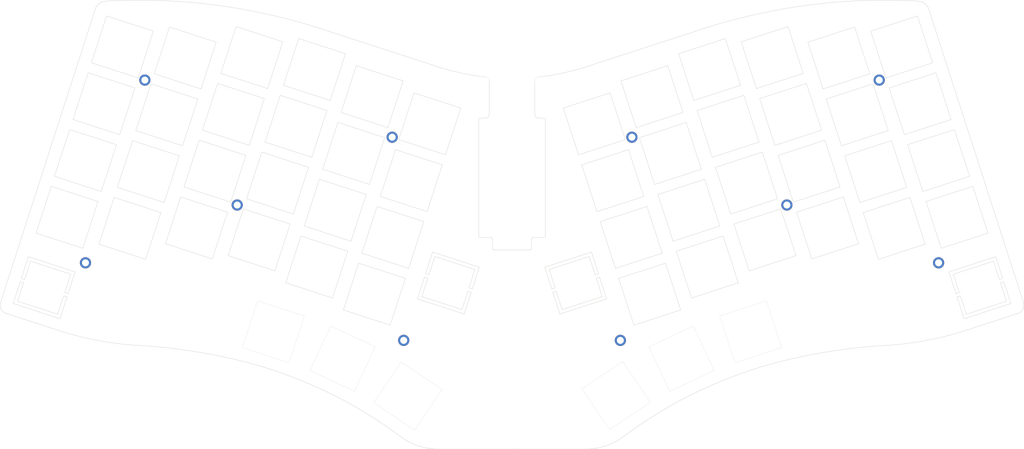
<source format=kicad_pcb>
(kicad_pcb (version 20211014) (generator pcbnew)
  (layers (0 "F.Cu" signal) (31 "B.Cu" signal) (34 "B.Paste" user) (35 "F.Paste" user) (36 "B.SilkS" user "B.Silkscreen") (37 "F.SilkS" user "F.Silkscreen") (38 "B.Mask" user) (39 "F.Mask" user) (44 "Edge.Cuts" user))
  (net 0 "")
  (footprint "" (layer "F.Cu") (at 94.673566 123.775015)
    (fp_text reference "" (at 0 0) (layer "F.SilkS") (effects (font (size 1.27 1.27))))
    (fp_text value "" (at 0 0) (layer "F.SilkS") (effects (font (size 1.27 1.27))))
    (pad "" thru_hole circle locked (at 0 0 90) (size 3.2 3.2) (drill 2) (layers F&B.Cu *.Mask "Dwgs.User") (clearance 0.3))
  )
  (footprint "" (layer "F.Cu") (at 111.578153 71.748037)
    (fp_text reference "" (at 0 0) (layer "F.SilkS") (effects (font (size 1.27 1.27))))
    (fp_text value "" (at 0 0) (layer "F.SilkS") (effects (font (size 1.27 1.27))))
    (pad "" thru_hole circle locked (at 0 0 90) (size 3.2 3.2) (drill 2) (layers F&B.Cu *.Mask "Dwgs.User") (clearance 0.3))
  )
  (footprint "" (layer "F.Cu") (at 246.970277 145.85677)
    (fp_text reference "" (at 0 0) (layer "F.SilkS") (effects (font (size 1.27 1.27))))
    (fp_text value "" (at 0 0) (layer "F.SilkS") (effects (font (size 1.27 1.27))))
    (pad "" thru_hole circle locked (at 0 0 90) (size 3.2 3.2) (drill 2) (layers F&B.Cu *.Mask "Dwgs.User") (clearance 0.3))
  )
  (footprint "" (layer "F.Cu") (at 250.255544 88.010361)
    (fp_text reference "" (at 0 0) (layer "F.SilkS") (effects (font (size 1.27 1.27))))
    (fp_text value "" (at 0 0) (layer "F.SilkS") (effects (font (size 1.27 1.27))))
    (pad "" thru_hole circle locked (at 0 0 90) (size 3.2 3.2) (drill 2) (layers F&B.Cu *.Mask "Dwgs.User") (clearance 0.3))
  )
  (footprint "" (layer "F.Cu") (at 137.873092 107.318988)
    (fp_text reference "" (at 0 0) (layer "F.SilkS") (effects (font (size 1.27 1.27))))
    (fp_text value "" (at 0 0) (layer "F.SilkS") (effects (font (size 1.27 1.27))))
    (pad "" thru_hole circle locked (at 0 0 90) (size 3.2 3.2) (drill 2) (layers F&B.Cu *.Mask "Dwgs.User") (clearance 0.3))
  )
  (footprint "" (layer "F.Cu") (at 185.28494 145.856198)
    (fp_text reference "" (at 0 0) (layer "F.SilkS") (effects (font (size 1.27 1.27))))
    (fp_text value "" (at 0 0) (layer "F.SilkS") (effects (font (size 1.27 1.27))))
    (pad "" thru_hole circle locked (at 0 0 90) (size 3.2 3.2) (drill 2) (layers F&B.Cu *.Mask "Dwgs.User") (clearance 0.3))
  )
  (footprint "" (layer "F.Cu") (at 320.677064 71.748608)
    (fp_text reference "" (at 0 0) (layer "F.SilkS") (effects (font (size 1.27 1.27))))
    (fp_text value "" (at 0 0) (layer "F.SilkS") (effects (font (size 1.27 1.27))))
    (pad "" thru_hole circle locked (at 0 0 90) (size 3.2 3.2) (drill 2) (layers F&B.Cu *.Mask "Dwgs.User") (clearance 0.3))
  )
  (footprint "" (layer "F.Cu") (at 294.382124 107.319558)
    (fp_text reference "" (at 0 0) (layer "F.SilkS") (effects (font (size 1.27 1.27))))
    (fp_text value "" (at 0 0) (layer "F.SilkS") (effects (font (size 1.27 1.27))))
    (pad "" thru_hole circle locked (at 0 0 90) (size 3.2 3.2) (drill 2) (layers F&B.Cu *.Mask "Dwgs.User") (clearance 0.3))
  )
  (footprint "" (layer "F.Cu") (at 181.999669 88.009791)
    (fp_text reference "" (at 0 0) (layer "F.SilkS") (effects (font (size 1.27 1.27))))
    (fp_text value "" (at 0 0) (layer "F.SilkS") (effects (font (size 1.27 1.27))))
    (pad "" thru_hole circle locked (at 0 0 90) (size 3.2 3.2) (drill 2) (layers F&B.Cu *.Mask "Dwgs.User") (clearance 0.3))
  )
  (footprint "" (layer "F.Cu") (at 337.58165 123.775584)
    (fp_text reference "" (at 0 0) (layer "F.SilkS") (effects (font (size 1.27 1.27))))
    (fp_text value "" (at 0 0) (layer "F.SilkS") (effects (font (size 1.27 1.27))))
    (pad "" thru_hole circle locked (at 0 0 90) (size 3.2 3.2) (drill 2) (layers F&B.Cu *.Mask "Dwgs.User") (clearance 0.3))
  )
  (gr_line (start 155.380379 59.909234) (end 151.054142 73.224027) (layer "Edge.Cuts") (width 0.1))
  (gr_line (start 171.264469 160.36431) (end 177.181127 147.675999) (layer "Edge.Cuts") (width 0.05))
  (gr_line (start 297.14516 109.351167) (end 301.471396 122.66596) (layer "Edge.Cuts") (width 0.1))
  (gr_line (start 299.953371 72.689008) (end 286.638583 77.015243) (layer "Edge.Cuts") (width 0.1))
  (gr_line (start 136.036922 106.497997) (end 140.363159 93.183204) (layer "Edge.Cuts") (width 0.1))
  (gr_line (start 87.399072 139.683907) (end 89.407683 133.502039) (layer "Edge.Cuts") (width 0.1))
  (gr_line (start 185.760507 128.212196) (end 172.445719 123.885959) (layer "Edge.Cuts") (width 0.1))
  (gr_line (start 170.274957 117.622608) (end 174.601192 104.307816) (layer "Edge.Cuts") (width 0.1))
  (gr_line (start 264.135551 137.200754) (end 259.809314 123.885962) (layer "Edge.Cuts") (width 0.1))
  (gr_line (start 168.119478 137.200751) (end 181.43427 141.526989) (layer "Edge.Cuts") (width 0.1))
  (gr_line (start 133.228709 69.835839) (end 146.543502 74.162076) (layer "Edge.Cuts") (width 0.1))
  (gr_line (start 253.628975 104.864832) (end 249.302736 91.550039) (layer "Edge.Cuts") (width 0.1))
  (gr_line (start 156.960164 113.296372) (end 170.274957 117.622608) (layer "Edge.Cuts") (width 0.1))
  (gr_line (start 355.211082 129.484818) (end 356.910676 134.715629) (layer "Edge.Cuts") (width 0.1))
  (gr_line (start 333.749912 118.454839) (end 329.423671 105.140047) (layer "Edge.Cuts") (width 0.1))
  (gr_line (start 335.893967 66.804335) (end 331.567728 53.489543) (layer "Edge.Cuts") (width 0.1))
  (gr_line (start 139.344724 147.908332) (end 152.659512 152.234568) (layer "Edge.Cuts") (width 0.05))
  (gr_line (start 109.011696 86.118917) (end 122.326487 90.445156) (layer "Edge.Cuts") (width 0.1))
  (gr_line (start 230.401788 137.094876) (end 228.702195 131.864065) (layer "Edge.Cuts") (width 0.1))
  (gr_line (start 287.381228 92.245159) (end 274.066439 96.571396) (layer "Edge.Cuts") (width 0.1))
  (gr_line (start 126.652725 77.130363) (end 113.337936 72.804125) (layer "Edge.Cuts") (width 0.1))
  (gr_arc (start 247.127516 173.813174) (mid 242.344699 176.037118) (end 237.127516 176.813173) (layer "Edge.Cuts") (width 0.1))
  (gr_line (start 251.473497 85.286687) (end 264.788287 80.96045) (layer "Edge.Cuts") (width 0.1))
  (gr_line (start 196.195084 159.833826) (end 184.58856 152.005124) (layer "Edge.Cuts") (width 0.05))
  (gr_line (start 243.882732 171.287312) (end 255.489254 163.458612) (layer "Edge.Cuts") (width 0.05))
  (gr_line (start 196.267084 95.876276) (end 182.952295 91.550038) (layer "Edge.Cuts") (width 0.1))
  (gr_line (start 152.935301 112.739357) (end 139.62051 108.413119) (layer "Edge.Cuts") (width 0.1))
  (gr_line (start 109.675854 71.130572) (end 114.002091 57.815778) (layer "Edge.Cuts") (width 0.1))
  (gr_line (start 70.506807 135.041766) (end 97.485552 51.509726) (layer "Edge.Cuts") (width 0.1))
  (gr_line (start 305.206659 88.856968) (end 291.89187 93.183205) (layer "Edge.Cuts") (width 0.1))
  (gr_line (start 148.609064 126.054148) (end 152.935301 112.739357) (layer "Edge.Cuts") (width 0.1))
  (gr_line (start 135.294272 121.72791) (end 148.609064 126.054148) (layer "Edge.Cuts") (width 0.1))
  (gr_line (start 204.503892 132.173081) (end 203.552835 131.864064) (layer "Edge.Cuts") (width 0.1))
  (gr_line (start 314.786189 118.339723) (end 310.45995 105.024931) (layer "Edge.Cuts") (width 0.1))
  (gr_line (start 143.670958 134.593537) (end 139.344724 147.908332) (layer "Edge.Cuts") (width 0.05))
  (gr_line (start 235.060892 93.023107) (end 248.375684 88.696871) (layer "Edge.Cuts") (width 0.1))
  (gr_line (start 72.068722 138.177918) (end 86.377754 142.827205) (layer "Edge.Cuts") (width 0.1))
  (gr_line (start 256.726785 101.454647) (end 270.041574 97.12841) (layer "Edge.Cuts") (width 0.1))
  (gr_arc (start 221.675514 117.057168) (mid 221.821978 116.703632) (end 222.175514 116.557168) (layer "Edge.Cuts") (width 0.1))
  (gr_line (start 114.002091 57.815778) (end 100.687302 53.48954) (layer "Edge.Cuts") (width 0.1))
  (gr_arc (start 110.127517 147.313173) (mid 122.69614 148.573004) (end 135.127515 150.813173) (layer "Edge.Cuts") (width 0.1))
  (gr_line (start 139.62051 108.413119) (end 135.294272 121.72791) (layer "Edge.Cuts") (width 0.1))
  (gr_line (start 261.980072 117.622611) (end 275.294865 113.296372) (layer "Edge.Cuts") (width 0.1))
  (gr_line (start 127.975421 86.003798) (end 141.290211 90.330035) (layer "Edge.Cuts") (width 0.1))
  (gr_line (start 322.579177 71.130571) (end 335.893967 66.804335) (layer "Edge.Cuts") (width 0.1))
  (gr_line (start 226.693582 125.682199) (end 238.106261 121.973994) (layer "Edge.Cuts") (width 0.1))
  (gr_arc (start 208.684679 70.885569) (mid 209.378761 71.289567) (end 209.627514 72.053168) (layer "Edge.Cuts") (width 0.05))
  (gr_line (start 263.559864 64.235472) (end 267.886099 77.550265) (layer "Edge.Cuts") (width 0.1))
  (gr_line (start 299.026321 69.83584) (end 294.700081 56.521049) (layer "Edge.Cuts") (width 0.1))
  (gr_line (start 260.462047 67.645657) (end 247.14726 71.971894) (layer "Edge.Cuts") (width 0.1))
  (gr_arc (start 222.627514 72.053168) (mid 222.876047 71.289841) (end 223.570349 70.885569) (layer "Edge.Cuts") (width 0.05))
  (gr_arc (start 195.127516 176.813173) (mid 189.910333 176.037118) (end 185.127516 173.813174) (layer "Edge.Cuts") (width 0.1))
  (gr_line (start 161.286404 99.981579) (end 156.960164 113.296372) (layer "Edge.Cuts") (width 0.1))
  (gr_line (start 300.349016 60.962402) (end 304.675253 74.277195) (layer "Edge.Cuts") (width 0.1))
  (gr_line (start 175.528245 101.454646) (end 179.854484 88.139854) (layer "Edge.Cuts") (width 0.1))
  (gr_line (start 279.31973 112.739358) (end 283.645968 126.054149) (layer "Edge.Cuts") (width 0.1))
  (gr_arc (start 211.079514 120.113168) (mid 210.725983 119.966699) (end 210.579514 119.613168) (layer "Edge.Cuts") (width 0.1))
  (gr_line (start 158.576159 154.447653) (end 171.264469 160.36431) (layer "Edge.Cuts") (width 0.05))
  (gr_line (start 80.6012 115.308217) (end 93.91599 119.634454) (layer "Edge.Cuts") (width 0.1))
  (gr_line (start 221.175514 120.113168) (end 211.079514 120.113168) (layer "Edge.Cuts") (width 0.1))
  (gr_line (start 279.595523 152.234569) (end 292.910311 147.908333) (layer "Edge.Cuts") (width 0.05))
  (gr_line (start 89.407683 133.502039) (end 88.456626 133.193022) (layer "Edge.Cuts") (width 0.1))
  (gr_line (start 262.907124 120.475778) (end 267.233362 133.790571) (layer "Edge.Cuts") (width 0.1))
  (gr_line (start 270.968625 99.981581) (end 257.653836 104.307818) (layer "Edge.Cuts") (width 0.1))
  (gr_line (start 193.506731 120.71392) (end 191.498119 126.895787) (layer "Edge.Cuts") (width 0.1))
  (gr_line (start 278.392675 109.886187) (end 291.707468 105.55995) (layer "Edge.Cuts") (width 0.1))
  (gr_line (start 104.422564 87.29853) (end 108.748801 73.983738) (layer "Edge.Cuts") (width 0.1))
  (gr_line (start 206.821521 125.040158) (end 193.506731 120.71392) (layer "Edge.Cuts") (width 0.1))
  (gr_line (start 204.812909 131.222025) (end 206.821519 125.040157) (layer "Edge.Cuts") (width 0.1))
  (gr_line (start 318.25294 57.81578) (end 322.579177 71.130571) (layer "Edge.Cuts") (width 0.1))
  (gr_line (start 91.107773 82.972293) (end 104.422564 87.29853) (layer "Edge.Cuts") (width 0.1))
  (gr_line (start 225.433511 125.040158) (end 227.442121 131.222026) (layer "Edge.Cuts") (width 0.1))
  (gr_line (start 343.798404 133.193022) (end 342.847347 133.502039) (layer "Edge.Cuts") (width 0.1))
  (gr_line (start 344.855958 139.683907) (end 358.170745 135.35767) (layer "Edge.Cuts") (width 0.1))
  (gr_line (start 273.139389 93.718226) (end 286.454181 89.391989) (layer "Edge.Cuts") (width 0.1))
  (gr_line (start 276.874651 59.909235) (end 263.559864 64.235472) (layer "Edge.Cuts") (width 0.1))
  (gr_line (start 195.127516 176.813173) (end 216.127516 176.813173) (layer "Edge.Cuts") (width 0.1))
  (gr_line (start 167.466745 80.960449) (end 180.781535 85.286685) (layer "Edge.Cuts") (width 0.1))
  (gr_line (start 96.361063 66.804333) (end 109.675854 71.130572) (layer "Edge.Cuts") (width 0.1))
  (gr_line (start 327.832465 87.298531) (end 341.147257 82.972294) (layer "Edge.Cuts") (width 0.1))
  (gr_line (start 296.218107 106.497998) (end 309.532898 102.171761) (layer "Edge.Cuts") (width 0.1))
  (gr_line (start 116.146147 109.466283) (end 102.831357 105.140046) (layer "Edge.Cuts") (width 0.1))
  (gr_line (start 98.242228 106.319661) (end 84.927439 101.993424) (layer "Edge.Cuts") (width 0.1))
  (gr_line (start 118.591225 56.636165) (end 114.264985 69.950956) (layer "Edge.Cuts") (width 0.1))
  (gr_line (start 324.170383 88.972086) (end 310.855596 93.298324) (layer "Edge.Cuts") (width 0.1))
  (gr_line (start 354.902063 128.533763) (end 355.85312 128.224745) (layer "Edge.Cuts") (width 0.1))
  (gr_line (start 151.706877 129.464332) (end 165.021669 133.79057) (layer "Edge.Cuts") (width 0.1))
  (gr_line (start 261.002635 160.369594) (end 273.690945 154.452937) (layer "Edge.Cuts") (width 0.05))
  (gr_line (start 117.0732 106.613114) (end 121.399436 93.298322) (layer "Edge.Cuts") (width 0.1))
  (gr_line (start 163.441878 80.403432) (end 150.127089 76.077195) (layer "Edge.Cuts") (width 0.1))
  (gr_line (start 216.127516 176.813173) (end 237.127516 176.813173) (layer "Edge.Cuts") (width 0.1))
  (gr_line (start 137.554948 56.521047) (end 133.228709 69.835839) (layer "Edge.Cuts") (width 0.1))
  (gr_line (start 185.107771 71.971893) (end 171.792983 67.645656) (layer "Edge.Cuts") (width 0.1))
  (gr_line (start 205.561448 125.682198) (end 203.861854 130.913008) (layer "Edge.Cuts") (width 0.1))
  (gr_line (start 342.847347 133.502039) (end 344.855958 139.683907) (layer "Edge.Cuts") (width 0.1))
  (gr_line (start 191.940848 109.191068) (end 196.267084 95.876276) (layer "Edge.Cuts") (width 0.1))
  (gr_line (start 340.52972 126.369115) (end 342.53833 132.550983) (layer "Edge.Cuts") (width 0.1))
  (gr_line (start 176.759125 163.611597) (end 188.365647 171.440297) (layer "Edge.Cuts") (width 0.05))
  (gr_arc (start 238.511779 67.539547) (mid 231.133148 69.623752) (end 223.570349 70.885569) (layer "Edge.Cuts") (width 0.1))
  (gr_line (start 255.489254 163.458612) (end 247.659819 151.852139) (layer "Edge.Cuts") (width 0.05))
  (gr_line (start 168.695168 64.23547) (end 155.380379 59.909234) (layer "Edge.Cuts") (width 0.1))
  (gr_line (start 210.579514 119.613168) (end 210.579514 117.057168) (layer "Edge.Cuts") (width 0.1))
  (gr_line (start 259.809314 123.885962) (end 246.494524 128.212198) (layer "Edge.Cuts") (width 0.1))
  (gr_line (start 164.492817 141.759348) (end 158.576159 154.447653) (layer "Edge.Cuts") (width 0.05))
  (gr_line (start 189.180494 134.028712) (end 202.495281 138.354949) (layer "Edge.Cuts") (width 0.1))
  (gr_line (start 323.243336 86.118919) (end 318.917097 72.804126) (layer "Edge.Cuts") (width 0.1))
  (gr_arc (start 361.748225 135.041766) (mid 361.606748 136.928326) (end 360.18631 138.177918) (layer "Edge.Cuts") (width 0.1))
  (gr_line (start 315.181832 106.613115) (end 328.496623 102.286878) (layer "Edge.Cuts") (width 0.1))
  (gr_line (start 209.627514 72.053168) (end 209.627514 81.553168) (layer "Edge.Cuts") (width 0.1))
  (gr_line (start 241.814467 133.386672) (end 230.401788 137.094876) (layer "Edge.Cuts") (width 0.1))
  (gr_line (start 286.454181 89.391989) (end 282.127942 76.077197) (layer "Edge.Cuts") (width 0.1))
  (gr_line (start 91.725312 126.369116) (end 78.410522 122.042878) (layer "Edge.Cuts") (width 0.1))
  (gr_line (start 265.715335 83.813618) (end 252.400546 88.139854) (layer "Edge.Cuts") (width 0.1))
  (gr_line (start 183.879346 88.69687) (end 197.194137 93.023106) (layer "Edge.Cuts") (width 0.1))
  (gr_arc (start 97.485552 51.509726) (mid 98.566113 49.969365) (end 100.314716 49.274591) (layer "Edge.Cuts") (width 0.1))
  (gr_line (start 268.813151 80.403433) (end 273.139389 93.718226) (layer "Edge.Cuts") (width 0.1))
  (gr_arc (start 225.627514 116.057168) (mid 225.48107 116.410724) (end 225.127514 116.557168) (layer "Edge.Cuts") (width 0.1))
  (gr_line (start 245.567471 125.359029) (end 258.882264 121.032791) (layer "Edge.Cuts") (width 0.1))
  (gr_line (start 166.539695 83.813619) (end 162.213455 97.128409) (layer "Edge.Cuts") (width 0.1))
  (gr_line (start 150.127089 76.077195) (end 145.800849 89.391988) (layer "Edge.Cuts") (width 0.1))
  (gr_line (start 281.385293 60.847285) (end 285.711529 74.162077) (layer "Edge.Cuts") (width 0.1))
  (gr_line (start 179.854484 88.139854) (end 166.539695 83.813619) (layer "Edge.Cuts") (width 0.1))
  (gr_line (start 317.990045 69.950958) (end 313.663807 56.636166) (layer "Edge.Cuts") (width 0.1))
  (gr_line (start 186.687559 125.359027) (end 191.013796 112.044235) (layer "Edge.Cuts") (width 0.1))
  (gr_line (start 197.194137 93.023106) (end 201.520374 79.708313) (layer "Edge.Cuts") (width 0.1))
  (gr_line (start 270.041574 97.12841) (end 265.715335 83.813618) (layer "Edge.Cuts") (width 0.1))
  (gr_line (start 328.759516 90.151701) (end 333.085754 103.466494) (layer "Edge.Cuts") (width 0.1))
  (gr_line (start 113.337936 72.804125) (end 109.011696 86.118917) (layer "Edge.Cuts") (width 0.1))
  (gr_arc (start 225.127514 82.553168) (mid 225.48109 82.699592) (end 225.627514 83.053168) (layer "Edge.Cuts") (width 0.1))
  (gr_line (start 310.45995 105.024931) (end 297.14516 109.351167) (layer "Edge.Cuts") (width 0.1))
  (gr_line (start 310.855596 93.298324) (end 315.181832 106.613115) (layer "Edge.Cuts") (width 0.1))
  (gr_line (start 180.781535 85.286685) (end 185.107771 71.971893) (layer "Edge.Cuts") (width 0.1))
  (gr_line (start 122.326487 90.445156) (end 126.652725 77.130363) (layer "Edge.Cuts") (width 0.1))
  (gr_line (start 267.233362 133.790571) (end 280.548154 129.464335) (layer "Edge.Cuts") (width 0.1))
  (gr_arc (start 247.127516 173.813174) (mid 270.86386 159.566095) (end 297.127517 150.813173) (layer "Edge.Cuts") (width 0.1))
  (gr_line (start 181.43427 141.526989) (end 185.760507 128.212196) (layer "Edge.Cuts") (width 0.1))
  (gr_line (start 346.400542 99.140258) (end 342.074304 85.825466) (layer "Edge.Cuts") (width 0.1))
  (gr_line (start 202.495281 138.354949) (end 204.503892 132.173081) (layer "Edge.Cuts") (width 0.1))
  (gr_line (start 222.627514 81.553168) (end 222.627514 72.053168) (layer "Edge.Cuts") (width 0.1))
  (gr_line (start 74.084285 135.35767) (end 87.399072 139.683907) (layer "Edge.Cuts") (width 0.1))
  (gr_line (start 288.584077 134.593538) (end 275.269283 138.919778) (layer "Edge.Cuts") (width 0.05))
  (gr_line (start 341.147257 82.972294) (end 336.821019 69.657501) (layer "Edge.Cuts") (width 0.1))
  (gr_arc (start 223.627514 82.553168) (mid 222.920439 82.260249) (end 222.627514 81.553168) (layer "Edge.Cuts") (width 0.1))
  (gr_line (start 146.543502 74.162076) (end 150.869737 60.847284) (layer "Edge.Cuts") (width 0.1))
  (gr_line (start 141.290211 90.330035) (end 145.616449 77.015243) (layer "Edge.Cuts") (width 0.1))
  (gr_line (start 271.323229 56.87846) (end 238.511779 67.539547) (layer "Edge.Cuts") (width 0.1))
  (gr_line (start 228.393176 130.913009) (end 226.693582 125.682199) (layer "Edge.Cuts") (width 0.1))
  (gr_line (start 225.627514 83.053168) (end 225.627514 116.057168) (layer "Edge.Cuts") (width 0.1))
  (gr_line (start 238.106261 121.973994) (end 239.805854 127.204806) (layer "Edge.Cuts") (width 0.1))
  (gr_line (start 88.456626 133.193022) (end 86.757033 138.423833) (layer "Edge.Cuts") (width 0.1))
  (gr_line (start 85.854487 99.140257) (end 99.169276 103.466494) (layer "Edge.Cuts") (width 0.1))
  (gr_arc (start 72.068722 138.177918) (mid 70.648284 136.928326) (end 70.506807 135.041766) (layer "Edge.Cuts") (width 0.1))
  (gr_line (start 240.756911 126.895788) (end 238.748299 120.713921) (layer "Edge.Cuts") (width 0.1))
  (gr_line (start 164.368931 77.550264) (end 168.695168 64.23547) (layer "Edge.Cuts") (width 0.1))
  (gr_line (start 229.759748 138.354951) (end 243.074537 134.028712) (layer "Edge.Cuts") (width 0.1))
  (gr_line (start 267.774287 141.764632) (end 255.085977 147.681283) (layer "Edge.Cuts") (width 0.05))
  (gr_line (start 145.800849 89.391988) (end 159.115641 93.718224) (layer "Edge.Cuts") (width 0.1))
  (gr_line (start 280.548154 129.464335) (end 276.221914 116.149541) (layer "Edge.Cuts") (width 0.1))
  (gr_line (start 341.789791 127.011156) (end 353.20247 123.302951) (layer "Edge.Cuts") (width 0.1))
  (gr_line (start 227.751138 132.173082) (end 229.759749 138.35495) (layer "Edge.Cuts") (width 0.1))
  (gr_line (start 76.40191 128.224745) (end 77.352967 128.533763) (layer "Edge.Cuts") (width 0.1))
  (gr_line (start 333.085754 103.466494) (end 346.400542 99.140258) (layer "Edge.Cuts") (width 0.1))
  (gr_line (start 103.495514 90.151701) (end 90.180726 85.825465) (layer "Edge.Cuts") (width 0.1))
  (gr_line (start 282.127942 76.077197) (end 268.813151 80.403433) (layer "Edge.Cuts") (width 0.1))
  (gr_line (start 162.213455 97.128409) (end 175.528245 101.454646) (layer "Edge.Cuts") (width 0.1))
  (gr_line (start 130.783634 122.665957) (end 135.10987 109.351165) (layer "Edge.Cuts") (width 0.1))
  (gr_line (start 356.910676 134.715629) (end 345.497997 138.423833) (layer "Edge.Cuts") (width 0.1))
  (gr_line (start 273.690945 154.452937) (end 267.774287 141.764632) (layer "Edge.Cuts") (width 0.05))
  (gr_line (start 88.765645 132.241966) (end 89.7167 132.550983) (layer "Edge.Cuts") (width 0.1))
  (gr_line (start 174.601192 104.307816) (end 161.286404 99.981579) (layer "Edge.Cuts") (width 0.1))
  (gr_line (start 132.301658 72.689006) (end 127.975421 86.003798) (layer "Edge.Cuts") (width 0.1))
  (gr_line (start 152.659512 152.234568) (end 156.985752 138.919777) (layer "Edge.Cuts") (width 0.05))
  (gr_line (start 345.877278 142.827205) (end 360.18631 138.177918) (layer "Edge.Cuts") (width 0.1))
  (gr_line (start 89.7167 132.550983) (end 91.72531 126.369115) (layer "Edge.Cuts") (width 0.1))
  (gr_line (start 165.021669 133.79057) (end 169.347905 120.475777) (layer "Edge.Cuts") (width 0.1))
  (gr_line (start 244.049445 75.382079) (end 230.734656 79.708314) (layer "Edge.Cuts") (width 0.1))
  (gr_line (start 178.626057 104.864829) (end 191.940848 109.191068) (layer "Edge.Cuts") (width 0.1))
  (gr_arc (start 297.127517 150.813173) (mid 309.558892 148.573004) (end 322.127515 147.313173) (layer "Edge.Cuts") (width 0.1))
  (gr_line (start 108.748801 73.983738) (end 95.434013 69.657501) (layer "Edge.Cuts") (width 0.1))
  (gr_line (start 172.445719 123.885959) (end 168.119478 137.200751) (layer "Edge.Cuts") (width 0.1))
  (gr_line (start 292.63452 108.413121) (end 279.31973 112.739358) (layer "Edge.Cuts") (width 0.1))
  (gr_line (start 254.556023 107.717999) (end 241.241235 112.044236) (layer "Edge.Cuts") (width 0.1))
  (gr_line (start 190.440563 133.386671) (end 192.140157 128.15586) (layer "Edge.Cuts") (width 0.1))
  (gr_line (start 223.627514 82.553168) (end 225.127514 82.553168) (layer "Edge.Cuts") (width 0.1))
  (gr_line (start 247.14726 71.971894) (end 251.473497 85.286687) (layer "Edge.Cuts") (width 0.1))
  (gr_line (start 169.347905 120.475777) (end 156.033117 116.14954) (layer "Edge.Cuts") (width 0.1))
  (gr_line (start 153.862353 109.886187) (end 158.188591 96.571395) (layer "Edge.Cuts") (width 0.1))
  (gr_line (start 173.372769 121.03279) (end 186.687559 125.359027) (layer "Edge.Cuts") (width 0.1))
  (gr_arc (start 208.684679 70.885569) (mid 201.121883 69.62375) (end 193.743253 67.539547) (layer "Edge.Cuts") (width 0.1))
  (gr_line (start 342.074304 85.825466) (end 328.759516 90.151701) (layer "Edge.Cuts") (width 0.1))
  (gr_line (start 347.327594 101.993426) (end 334.012804 106.319663) (layer "Edge.Cuts") (width 0.1))
  (gr_line (start 238.748299 120.713921) (end 225.43351 125.040158) (layer "Edge.Cuts") (width 0.1))
  (gr_line (start 264.788287 80.96045) (end 260.462047 67.645657) (layer "Edge.Cuts") (width 0.1))
  (gr_line (start 281.20089 73.224026) (end 276.874651 59.909235) (layer "Edge.Cuts") (width 0.1))
  (gr_line (start 193.743253 67.539547) (end 160.931803 56.87846) (layer "Edge.Cuts") (width 0.1))
  (gr_line (start 246.494524 128.212198) (end 250.820761 141.52699) (layer "Edge.Cuts") (width 0.1))
  (gr_line (start 275.294865 113.296372) (end 270.968625 99.981581) (layer "Edge.Cuts") (width 0.1))
  (gr_line (start 343.489385 132.241966) (end 341.789791 127.011156) (layer "Edge.Cuts") (width 0.1))
  (gr_line (start 192.449176 127.204805) (end 194.148769 121.973993) (layer "Edge.Cuts") (width 0.1))
  (gr_arc (start 209.627514 81.553168) (mid 209.334633 82.2603) (end 208.627514 82.553168) (layer "Edge.Cuts") (width 0.1))
  (gr_line (start 203.552835 131.864064) (end 201.853242 137.094875) (layer "Edge.Cuts") (width 0.1))
  (gr_line (start 121.399436 93.298322) (end 108.084646 88.972085) (layer "Edge.Cuts") (width 0.1))
  (gr_line (start 309.532898 102.171761) (end 305.206659 88.856968) (layer "Edge.Cuts") (width 0.1))
  (gr_arc (start 345.877278 142.827205) (mid 334.154085 145.873266) (end 322.127515 147.313173) (layer "Edge.Cuts") (width 0.1))
  (gr_line (start 151.054142 73.224027) (end 164.368931 77.550264) (layer "Edge.Cuts") (width 0.1))
  (gr_line (start 313.663807 56.636166) (end 300.349016 60.962402) (layer "Edge.Cuts") (width 0.1))
  (gr_line (start 188.365647 171.440297) (end 196.195084 159.833826) (layer "Edge.Cuts") (width 0.05))
  (gr_line (start 252.400546 88.139854) (end 256.726785 101.454647) (layer "Edge.Cuts") (width 0.1))
  (gr_line (start 201.520374 79.708313) (end 188.205586 75.382077) (layer "Edge.Cuts") (width 0.1))
  (gr_line (start 230.734656 79.708314) (end 235.060892 93.023107) (layer "Edge.Cuts") (width 0.1))
  (gr_line (start 156.033117 116.14954) (end 151.706877 129.464332) (layer "Edge.Cuts") (width 0.1))
  (gr_line (start 95.434013 69.657501) (end 91.107773 82.972293) (layer "Edge.Cuts") (width 0.1))
  (gr_line (start 184.58856 152.005124) (end 176.759125 163.611597) (layer "Edge.Cuts") (width 0.05))
  (gr_line (start 93.91599 119.634454) (end 98.242228 106.319661) (layer "Edge.Cuts") (width 0.1))
  (gr_line (start 356.162137 129.175802) (end 355.211082 129.484818) (layer "Edge.Cuts") (width 0.1))
  (gr_line (start 283.645968 126.054149) (end 296.960759 121.727912) (layer "Edge.Cuts") (width 0.1))
  (gr_line (start 171.792983 67.645656) (end 167.466745 80.960449) (layer "Edge.Cuts") (width 0.1))
  (gr_line (start 177.181127 147.675999) (end 164.492817 141.759348) (layer "Edge.Cuts") (width 0.05))
  (gr_line (start 121.795081 105.024929) (end 117.468844 118.339721) (layer "Edge.Cuts") (width 0.1))
  (gr_line (start 338.339041 119.634456) (end 351.653831 115.308218) (layer "Edge.Cuts") (width 0.1))
  (gr_line (start 316.108883 109.466284) (end 320.435122 122.781078) (layer "Edge.Cuts") (width 0.1))
  (gr_line (start 267.886099 77.550265) (end 281.20089 73.224026) (layer "Edge.Cuts") (width 0.1))
  (gr_line (start 150.869737 60.847284) (end 137.554948 56.521047) (layer "Edge.Cuts") (width 0.1))
  (gr_line (start 127.579777 74.277194) (end 131.906013 60.962401) (layer "Edge.Cuts") (width 0.1))
  (gr_line (start 328.496623 102.286878) (end 324.170383 88.972086) (layer "Edge.Cuts") (width 0.1))
  (gr_line (start 194.148769 121.973993) (end 205.561448 125.682198) (layer "Edge.Cuts") (width 0.1))
  (gr_line (start 240.114873 128.155861) (end 241.814467 133.386672) (layer "Edge.Cuts") (width 0.1))
  (gr_line (start 75.344354 134.715629) (end 77.043948 129.484818) (layer "Edge.Cuts") (width 0.1))
  (gr_line (start 334.76948 51.509726) (end 361.748225 135.041766) (layer "Edge.Cuts") (width 0.1))
  (gr_line (start 77.352967 128.533763) (end 79.05256 123.302951) (layer "Edge.Cuts") (width 0.1))
  (gr_line (start 249.302736 91.550039) (end 235.987947 95.876277) (layer "Edge.Cuts") (width 0.1))
  (gr_line (start 114.264985 69.950956) (end 127.579777 74.277194) (layer "Edge.Cuts") (width 0.1))
  (gr_line (start 111.819908 122.781075) (end 116.146147 109.466283) (layer "Edge.Cuts") (width 0.1))
  (gr_line (start 345.497997 138.423833) (end 343.798404 133.193022) (layer "Edge.Cuts") (width 0.1))
  (gr_line (start 358.170747 135.357671) (end 356.162137 129.175802) (layer "Edge.Cuts") (width 0.1))
  (gr_line (start 127.048369 88.856966) (end 122.722131 102.17176) (layer "Edge.Cuts") (width 0.1))
  (gr_arc (start 221.675514 119.613168) (mid 221.52907 119.966724) (end 221.175514 120.113168) (layer "Edge.Cuts") (width 0.1))
  (gr_line (start 221.675514 117.057168) (end 221.675514 119.613168) (layer "Edge.Cuts") (width 0.1))
  (gr_arc (start 100.314716 49.274591) (mid 130.971635 50.299322) (end 160.931803 56.87846) (layer "Edge.Cuts") (width 0.1))
  (gr_line (start 276.221914 116.149541) (end 262.907124 120.475778) (layer "Edge.Cuts") (width 0.1))
  (gr_line (start 76.092893 129.175802) (end 74.084283 135.357671) (layer "Edge.Cuts") (width 0.1))
  (gr_line (start 182.952295 91.550038) (end 178.626057 104.864829) (layer "Edge.Cuts") (width 0.1))
  (gr_line (start 100.687302 53.48954) (end 96.361063 66.804333) (layer "Edge.Cuts") (width 0.1))
  (gr_line (start 228.702195 131.864065) (end 227.751138 132.173082) (layer "Edge.Cuts") (width 0.1))
  (gr_line (start 294.700081 56.521049) (end 281.385293 60.847285) (layer "Edge.Cuts") (width 0.1))
  (gr_line (start 203.861854 130.913008) (end 204.812909 131.222025) (layer "Edge.Cuts") (width 0.1))
  (gr_line (start 140.547562 105.559947) (end 153.862353 109.886187) (layer "Edge.Cuts") (width 0.1))
  (gr_line (start 290.964821 90.330036) (end 304.279611 86.003798) (layer "Edge.Cuts") (width 0.1))
  (gr_line (start 206.627514 116.057168) (end 206.627514 83.053168) (layer "Edge.Cuts") (width 0.1))
  (gr_line (start 353.20247 123.302951) (end 354.902063 128.533763) (layer "Edge.Cuts") (width 0.1))
  (gr_line (start 305.602305 77.130364) (end 309.928543 90.445155) (layer "Edge.Cuts") (width 0.1))
  (gr_arc (start 210.079514 116.557168) (mid 210.433031 116.703651) (end 210.579514 117.057168) (layer "Edge.Cuts") (width 0.1))
  (gr_line (start 239.805854 127.204806) (end 240.756911 126.895788) (layer "Edge.Cuts") (width 0.1))
  (gr_line (start 285.711529 74.162077) (end 299.026321 69.83584) (layer "Edge.Cuts") (width 0.1))
  (gr_line (start 103.758408 102.286877) (end 117.0732 106.613114) (layer "Edge.Cuts") (width 0.1))
  (gr_line (start 355.85312 128.224745) (end 353.844508 122.042878) (layer "Edge.Cuts") (width 0.1))
  (gr_line (start 296.960759 121.727912) (end 292.63452 108.413121) (layer "Edge.Cuts") (width 0.1))
  (gr_line (start 236.053295 159.680841) (end 243.882732 171.287312) (layer "Edge.Cuts") (width 0.05))
  (gr_arc (start 331.940316 49.274591) (mid 333.688918 49.969366) (end 334.76948 51.509726) (layer "Edge.Cuts") (width 0.1))
  (gr_line (start 274.066439 96.571396) (end 278.392675 109.886187) (layer "Edge.Cuts") (width 0.1))
  (gr_line (start 77.043948 129.484818) (end 76.092893 129.175802) (layer "Edge.Cuts") (width 0.1))
  (gr_line (start 351.653831 115.308218) (end 347.327594 101.993426) (layer "Edge.Cuts") (width 0.1))
  (gr_arc (start 271.323229 56.87846) (mid 301.283397 50.299322) (end 331.940316 49.274591) (layer "Edge.Cuts") (width 0.1))
  (gr_line (start 90.465239 127.011156) (end 88.765645 132.241966) (layer "Edge.Cuts") (width 0.1))
  (gr_line (start 122.722131 102.17176) (end 136.036922 106.497997) (layer "Edge.Cuts") (width 0.1))
  (gr_line (start 117.468844 118.339721) (end 130.783634 122.665957) (layer "Edge.Cuts") (width 0.1))
  (gr_line (start 140.363159 93.183204) (end 127.048369 88.856966) (layer "Edge.Cuts") (width 0.1))
  (gr_line (start 227.442121 131.222026) (end 228.393176 130.913009) (layer "Edge.Cuts") (width 0.1))
  (gr_line (start 342.53833 132.550983) (end 343.489385 132.241966) (layer "Edge.Cuts") (width 0.1))
  (gr_line (start 188.205586 75.382077) (end 183.879346 88.69687) (layer "Edge.Cuts") (width 0.1))
  (gr_line (start 225.127514 116.557168) (end 222.175514 116.557168) (layer "Edge.Cuts") (width 0.1))
  (gr_line (start 145.616449 77.015243) (end 132.301658 72.689006) (layer "Edge.Cuts") (width 0.1))
  (gr_line (start 158.188591 96.571395) (end 144.873802 92.245158) (layer "Edge.Cuts") (width 0.1))
  (gr_line (start 258.882264 121.032791) (end 254.556023 107.717999) (layer "Edge.Cuts") (width 0.1))
  (gr_line (start 304.675253 74.277195) (end 317.990045 69.950958) (layer "Edge.Cuts") (width 0.1))
  (gr_line (start 156.985752 138.919777) (end 143.670958 134.593537) (layer "Edge.Cuts") (width 0.05))
  (gr_line (start 78.410522 122.042878) (end 76.40191 128.224745) (layer "Edge.Cuts") (width 0.1))
  (gr_line (start 336.821019 69.657501) (end 323.506229 73.983739) (layer "Edge.Cuts") (width 0.1))
  (gr_line (start 98.505119 118.454839) (end 111.819908 122.781075) (layer "Edge.Cuts") (width 0.1))
  (gr_line (start 250.820761 141.52699) (end 264.135551 137.200754) (layer "Edge.Cuts") (width 0.1))
  (gr_line (start 329.423671 105.140047) (end 316.108883 109.466284) (layer "Edge.Cuts") (width 0.1))
  (gr_line (start 243.074538 134.028714) (end 241.065928 127.846845) (layer "Edge.Cuts") (width 0.1))
  (gr_line (start 79.05256 123.302951) (end 90.465239 127.011156) (layer "Edge.Cuts") (width 0.1))
  (gr_line (start 353.844508 122.042878) (end 340.52972 126.369115) (layer "Edge.Cuts") (width 0.1))
  (gr_line (start 177.699006 107.717997) (end 173.372769 121.03279) (layer "Edge.Cuts") (width 0.1))
  (gr_line (start 90.180726 85.825465) (end 85.854487 99.140257) (layer "Edge.Cuts") (width 0.1))
  (gr_line (start 334.012804 106.319663) (end 338.339041 119.634456) (layer "Edge.Cuts") (width 0.1))
  (gr_arc (start 135.127515 150.813173) (mid 161.391172 159.566095) (end 185.127516 173.813174) (layer "Edge.Cuts") (width 0.1))
  (gr_line (start 191.013796 112.044235) (end 177.699006 107.717997) (layer "Edge.Cuts") (width 0.1))
  (gr_line (start 201.853242 137.094875) (end 190.440563 133.386671) (layer "Edge.Cuts") (width 0.1))
  (gr_line (start 291.89187 93.183205) (end 296.218107 106.497998) (layer "Edge.Cuts") (width 0.1))
  (gr_line (start 210.079514 116.557168) (end 207.127514 116.557168) (layer "Edge.Cuts") (width 0.1))
  (gr_line (start 241.065928 127.846845) (end 240.114873 128.155861) (layer "Edge.Cuts") (width 0.1))
  (gr_line (start 159.115641 93.718224) (end 163.441878 80.403432) (layer "Edge.Cuts") (width 0.1))
  (gr_line (start 192.140157 128.15586) (end 191.189102 127.846844) (layer "Edge.Cuts") (width 0.1))
  (gr_line (start 207.127514 82.553168) (end 208.627514 82.553168) (layer "Edge.Cuts") (width 0.1))
  (gr_line (start 301.471396 122.66596) (end 314.786189 118.339723) (layer "Edge.Cuts") (width 0.1))
  (gr_line (start 323.506229 73.983739) (end 327.832465 87.298531) (layer "Edge.Cuts") (width 0.1))
  (gr_line (start 99.169276 103.466494) (end 103.495514 90.151701) (layer "Edge.Cuts") (width 0.1))
  (gr_line (start 86.757033 138.423833) (end 75.344354 134.715629) (layer "Edge.Cuts") (width 0.1))
  (gr_line (start 144.873802 92.245158) (end 140.547562 105.559947) (layer "Edge.Cuts") (width 0.1))
  (gr_line (start 331.567728 53.489543) (end 318.25294 57.81578) (layer "Edge.Cuts") (width 0.1))
  (gr_arc (start 206.627514 83.053168) (mid 206.773963 82.699617) (end 207.127514 82.553168) (layer "Edge.Cuts") (width 0.1))
  (gr_line (start 131.906013 60.962401) (end 118.591225 56.636165) (layer "Edge.Cuts") (width 0.1))
  (gr_line (start 286.638583 77.015243) (end 290.964821 90.330036) (layer "Edge.Cuts") (width 0.1))
  (gr_line (start 191.189102 127.846844) (end 189.180492 134.028713) (layer "Edge.Cuts") (width 0.1))
  (gr_line (start 247.659819 151.852139) (end 236.053295 159.680841) (layer "Edge.Cuts") (width 0.05))
  (gr_line (start 240.314185 109.191069) (end 253.628975 104.864832) (layer "Edge.Cuts") (width 0.1))
  (gr_line (start 304.279611 86.003798) (end 299.953371 72.689008) (layer "Edge.Cuts") (width 0.1))
  (gr_line (start 235.987947 95.876277) (end 240.314185 109.191069) (layer "Edge.Cuts") (width 0.1))
  (gr_line (start 292.910311 147.908333) (end 288.584077 134.593538) (layer "Edge.Cuts") (width 0.05))
  (gr_line (start 135.10987 109.351165) (end 121.795081 105.024929) (layer "Edge.Cuts") (width 0.1))
  (gr_line (start 108.084646 88.972085) (end 103.758408 102.286877) (layer "Edge.Cuts") (width 0.1))
  (gr_line (start 291.707468 105.55995) (end 287.381228 92.245159) (layer "Edge.Cuts") (width 0.1))
  (gr_line (start 309.928543 90.445155) (end 323.243336 86.118919) (layer "Edge.Cuts") (width 0.1))
  (gr_arc (start 207.127514 116.557168) (mid 206.773983 116.410699) (end 206.627514 116.057168) (layer "Edge.Cuts") (width 0.1))
  (gr_line (start 248.375684 88.696871) (end 244.049445 75.382079) (layer "Edge.Cuts") (width 0.1))
  (gr_line (start 241.241235 112.044236) (end 245.567471 125.359029) (layer "Edge.Cuts") (width 0.1))
  (gr_line (start 275.269283 138.919778) (end 279.595523 152.234569) (layer "Edge.Cuts") (width 0.05))
  (gr_line (start 191.498119 126.895787) (end 192.449176 127.204805) (layer "Edge.Cuts") (width 0.1))
  (gr_line (start 84.927439 101.993424) (end 80.6012 115.308217) (layer "Edge.Cuts") (width 0.1))
  (gr_line (start 318.917097 72.804126) (end 305.602305 77.130364) (layer "Edge.Cuts") (width 0.1))
  (gr_arc (start 110.127517 147.313173) (mid 98.100947 145.873266) (end 86.377754 142.827205) (layer "Edge.Cuts") (width 0.1))
  (gr_line (start 102.831357 105.140046) (end 98.505119 118.454839) (layer "Edge.Cuts") (width 0.1))
  (gr_line (start 320.435122 122.781078) (end 333.749912 118.454839) (layer "Edge.Cuts") (width 0.1))
  (gr_line (start 255.085977 147.681283) (end 261.002635 160.369594) (layer "Edge.Cuts") (width 0.05))
  (gr_line (start 257.653836 104.307818) (end 261.980072 117.622611) (layer "Edge.Cuts") (width 0.1))
)
</source>
